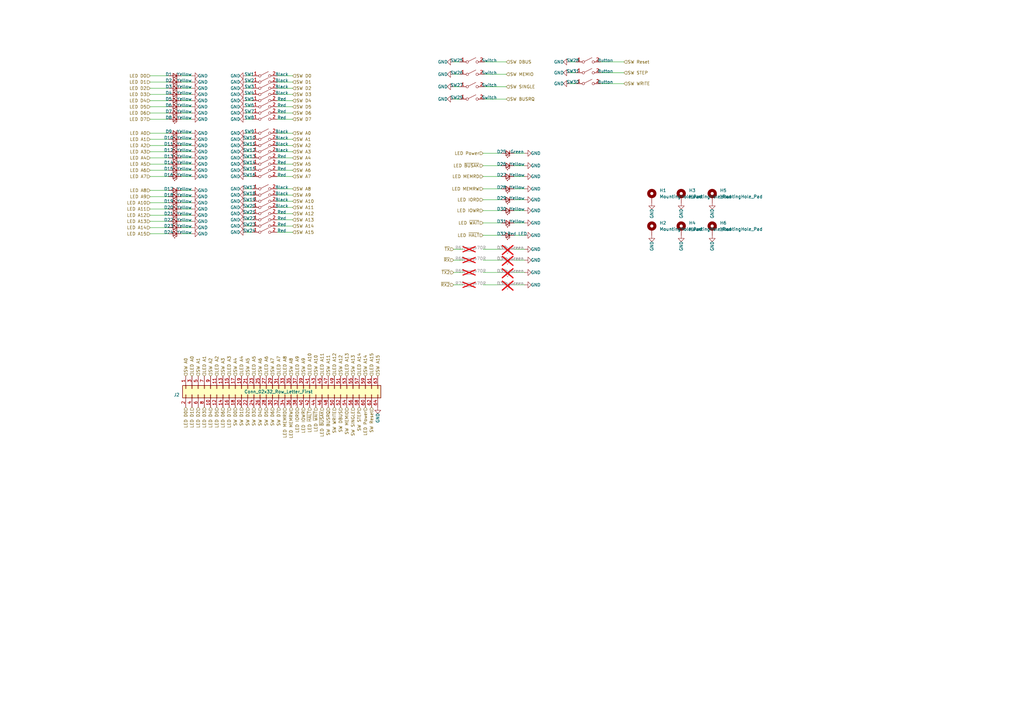
<source format=kicad_sch>
(kicad_sch (version 20231120) (generator "eeschema") (generator_version "8.0")
  (paper "A3")
  (wire (pts (xy 69.215 64.77) (xy 61.595 64.77)))
  (wire (pts (xy 100.965 64.77) (xy 103.505 64.77)))
  (wire (pts (xy 215.265 77.47) (xy 210.82 77.47)))
  (wire (pts (xy 186.055 25.4) (xy 188.595 25.4)))
  (wire (pts (xy 78.74 46.355) (xy 74.295 46.355)))
  (wire (pts (xy 78.74 59.69) (xy 74.295 59.69)))
  (wire (pts (xy 113.665 82.55) (xy 120.015 82.55)))
  (wire (pts (xy 69.215 31.115) (xy 61.595 31.115)))
  (wire (pts (xy 215.265 86.36) (xy 210.82 86.36)))
  (wire (pts (xy 69.215 46.355) (xy 61.595 46.355)))
  (wire (pts (xy 100.965 62.23) (xy 103.505 62.23)))
  (wire (pts (xy 215.265 72.39) (xy 210.82 72.39)))
  (wire (pts (xy 246.38 25.4) (xy 255.905 25.4)))
  (wire (pts (xy 100.965 46.355) (xy 103.505 46.355)))
  (wire (pts (xy 113.665 31.115) (xy 120.015 31.115)))
  (wire (pts (xy 113.665 64.77) (xy 120.015 64.77)))
  (wire (pts (xy 113.665 90.17) (xy 120.015 90.17)))
  (wire (pts (xy 113.665 87.63) (xy 120.015 87.63)))
  (wire (pts (xy 113.665 92.71) (xy 120.015 92.71)))
  (wire (pts (xy 69.215 88.265) (xy 61.595 88.265)))
  (wire (pts (xy 198.755 40.64) (xy 207.645 40.64)))
  (wire (pts (xy 186.055 30.48) (xy 188.595 30.48)))
  (wire (pts (xy 69.215 59.69) (xy 61.595 59.69)))
  (wire (pts (xy 233.68 34.29) (xy 236.22 34.29)))
  (wire (pts (xy 78.74 62.23) (xy 74.295 62.23)))
  (wire (pts (xy 69.215 95.885) (xy 61.595 95.885)))
  (wire (pts (xy 100.965 85.09) (xy 103.505 85.09)))
  (wire (pts (xy 189.865 102.235) (xy 186.055 102.235)))
  (wire (pts (xy 113.665 38.735) (xy 120.015 38.735)))
  (wire (pts (xy 215.265 106.68) (xy 210.82 106.68)))
  (wire (pts (xy 69.215 80.645) (xy 61.595 80.645)))
  (wire (pts (xy 69.215 69.85) (xy 61.595 69.85)))
  (wire (pts (xy 113.665 43.815) (xy 120.015 43.815)))
  (wire (pts (xy 205.74 86.36) (xy 198.12 86.36)))
  (wire (pts (xy 100.965 38.735) (xy 103.505 38.735)))
  (wire (pts (xy 69.215 78.105) (xy 61.595 78.105)))
  (wire (pts (xy 100.965 82.55) (xy 103.505 82.55)))
  (wire (pts (xy 113.665 41.275) (xy 120.015 41.275)))
  (wire (pts (xy 100.965 80.01) (xy 103.505 80.01)))
  (wire (pts (xy 78.74 33.655) (xy 74.295 33.655)))
  (wire (pts (xy 205.74 62.865) (xy 198.12 62.865)))
  (wire (pts (xy 69.215 43.815) (xy 61.595 43.815)))
  (wire (pts (xy 205.74 96.52) (xy 198.12 96.52)))
  (wire (pts (xy 69.215 36.195) (xy 61.595 36.195)))
  (wire (pts (xy 78.74 85.725) (xy 74.295 85.725)))
  (wire (pts (xy 100.965 41.275) (xy 103.505 41.275)))
  (wire (pts (xy 100.965 54.61) (xy 103.505 54.61)))
  (wire (pts (xy 100.965 59.69) (xy 103.505 59.69)))
  (wire (pts (xy 69.215 54.61) (xy 61.595 54.61)))
  (wire (pts (xy 205.74 81.915) (xy 198.12 81.915)))
  (wire (pts (xy 100.965 95.25) (xy 103.505 95.25)))
  (wire (pts (xy 215.265 111.76) (xy 210.82 111.76)))
  (wire (pts (xy 205.74 116.84) (xy 198.12 116.84)))
  (wire (pts (xy 113.665 62.23) (xy 120.015 62.23)))
  (wire (pts (xy 78.74 38.735) (xy 74.295 38.735)))
  (wire (pts (xy 246.38 29.845) (xy 255.905 29.845)))
  (wire (pts (xy 215.265 102.235) (xy 210.82 102.235)))
  (wire (pts (xy 78.74 48.895) (xy 74.295 48.895)))
  (wire (pts (xy 113.665 72.39) (xy 120.015 72.39)))
  (wire (pts (xy 113.665 46.355) (xy 120.015 46.355)))
  (wire (pts (xy 113.665 57.15) (xy 120.015 57.15)))
  (wire (pts (xy 69.215 67.31) (xy 61.595 67.31)))
  (wire (pts (xy 69.215 72.39) (xy 61.595 72.39)))
  (wire (pts (xy 78.74 31.115) (xy 74.295 31.115)))
  (wire (pts (xy 100.965 43.815) (xy 103.505 43.815)))
  (wire (pts (xy 78.74 80.645) (xy 74.295 80.645)))
  (wire (pts (xy 205.74 77.47) (xy 198.12 77.47)))
  (wire (pts (xy 113.665 54.61) (xy 120.015 54.61)))
  (wire (pts (xy 100.965 90.17) (xy 103.505 90.17)))
  (wire (pts (xy 100.965 33.655) (xy 103.505 33.655)))
  (wire (pts (xy 113.665 36.195) (xy 120.015 36.195)))
  (wire (pts (xy 100.965 67.31) (xy 103.505 67.31)))
  (wire (pts (xy 69.215 93.345) (xy 61.595 93.345)))
  (wire (pts (xy 78.74 95.885) (xy 74.295 95.885)))
  (wire (pts (xy 205.74 72.39) (xy 198.12 72.39)))
  (wire (pts (xy 186.055 40.64) (xy 188.595 40.64)))
  (wire (pts (xy 198.755 25.4) (xy 207.645 25.4)))
  (wire (pts (xy 198.755 35.56) (xy 207.645 35.56)))
  (wire (pts (xy 78.74 93.345) (xy 74.295 93.345)))
  (wire (pts (xy 100.965 72.39) (xy 103.505 72.39)))
  (wire (pts (xy 100.965 69.85) (xy 103.505 69.85)))
  (wire (pts (xy 233.68 29.845) (xy 236.22 29.845)))
  (wire (pts (xy 78.74 57.15) (xy 74.295 57.15)))
  (wire (pts (xy 215.265 62.865) (xy 210.82 62.865)))
  (wire (pts (xy 113.665 59.69) (xy 120.015 59.69)))
  (wire (pts (xy 100.965 92.71) (xy 103.505 92.71)))
  (wire (pts (xy 69.215 41.275) (xy 61.595 41.275)))
  (wire (pts (xy 100.965 31.115) (xy 103.505 31.115)))
  (wire (pts (xy 69.215 62.23) (xy 61.595 62.23)))
  (wire (pts (xy 205.74 102.235) (xy 198.12 102.235)))
  (wire (pts (xy 100.965 36.195) (xy 103.505 36.195)))
  (wire (pts (xy 246.38 34.29) (xy 255.905 34.29)))
  (wire (pts (xy 78.74 83.185) (xy 74.295 83.185)))
  (wire (pts (xy 113.665 69.85) (xy 120.015 69.85)))
  (wire (pts (xy 113.665 48.895) (xy 120.015 48.895)))
  (wire (pts (xy 215.265 96.52) (xy 210.82 96.52)))
  (wire (pts (xy 186.055 35.56) (xy 188.595 35.56)))
  (wire (pts (xy 78.74 41.275) (xy 74.295 41.275)))
  (wire (pts (xy 69.215 57.15) (xy 61.595 57.15)))
  (wire (pts (xy 69.215 38.735) (xy 61.595 38.735)))
  (wire (pts (xy 78.74 90.805) (xy 74.295 90.805)))
  (wire (pts (xy 78.74 36.195) (xy 74.295 36.195)))
  (wire (pts (xy 69.215 90.805) (xy 61.595 90.805)))
  (wire (pts (xy 78.74 54.61) (xy 74.295 54.61)))
  (wire (pts (xy 78.74 43.815) (xy 74.295 43.815)))
  (wire (pts (xy 78.74 88.265) (xy 74.295 88.265)))
  (wire (pts (xy 205.74 106.68) (xy 198.12 106.68)))
  (wire (pts (xy 189.865 111.76) (xy 186.055 111.76)))
  (wire (pts (xy 100.965 77.47) (xy 103.505 77.47)))
  (wire (pts (xy 205.74 67.945) (xy 198.12 67.945)))
  (wire (pts (xy 69.215 85.725) (xy 61.595 85.725)))
  (wire (pts (xy 189.865 116.84) (xy 186.055 116.84)))
  (wire (pts (xy 113.665 95.25) (xy 120.015 95.25)))
  (wire (pts (xy 189.865 106.68) (xy 186.055 106.68)))
  (wire (pts (xy 113.665 85.09) (xy 120.015 85.09)))
  (wire (pts (xy 215.265 81.915) (xy 210.82 81.915)))
  (wire (pts (xy 205.74 111.76) (xy 198.12 111.76)))
  (wire (pts (xy 78.74 64.77) (xy 74.295 64.77)))
  (wire (pts (xy 69.215 83.185) (xy 61.595 83.185)))
  (wire (pts (xy 78.74 72.39) (xy 74.295 72.39)))
  (wire (pts (xy 215.265 91.44) (xy 210.82 91.44)))
  (wire (pts (xy 100.965 48.895) (xy 103.505 48.895)))
  (wire (pts (xy 113.665 67.31) (xy 120.015 67.31)))
  (wire (pts (xy 100.965 57.15) (xy 103.505 57.15)))
  (wire (pts (xy 113.665 80.01) (xy 120.015 80.01)))
  (wire (pts (xy 78.74 67.31) (xy 74.295 67.31)))
  (wire (pts (xy 205.74 91.44) (xy 198.12 91.44)))
  (wire (pts (xy 215.265 67.945) (xy 210.82 67.945)))
  (wire (pts (xy 69.215 48.895) (xy 61.595 48.895)))
  (wire (pts (xy 78.74 78.105) (xy 74.295 78.105)))
  (wire (pts (xy 215.265 116.84) (xy 210.82 116.84)))
  (wire (pts (xy 100.965 87.63) (xy 103.505 87.63)))
  (wire (pts (xy 69.215 33.655) (xy 61.595 33.655)))
  (wire (pts (xy 78.74 69.85) (xy 74.295 69.85)))
  (wire (pts (xy 198.755 30.48) (xy 207.645 30.48)))
  (wire (pts (xy 233.68 25.4) (xy 236.22 25.4)))
  (wire (pts (xy 113.665 77.47) (xy 120.015 77.47)))
  (wire (pts (xy 113.665 33.655) (xy 120.015 33.655)))
  (hierarchical_label "LED A14" (shape input) (at 147.32 154.305 90))
  (hierarchical_label "SW STEP" (shape input) (at 255.905 29.845 0))
  (hierarchical_label "SW D0" (shape input) (at 96.52 167.005 270))
  (hierarchical_label "LED A13" (shape input) (at 142.24 154.305 90))
  (hierarchical_label "LED D6" (shape input) (at 61.595 46.355 180))
  (hierarchical_label "LED A8" (shape input) (at 61.595 78.105 180))
  (hierarchical_label "LED A1" (shape input) (at 83.82 154.305 90))
  (hierarchical_label "LED MEMRD" (shape input) (at 198.12 72.39 180))
  (hierarchical_label "LED A15" (shape input) (at 152.4 154.305 90))
  (hierarchical_label "SW D3" (shape input) (at 104.14 167.005 270))
  (hierarchical_label "SW D7" (shape input) (at 120.015 48.895 0))
  (hierarchical_label "LED A1" (shape input) (at 61.595 57.15 180))
  (hierarchical_label "LED A0" (shape input) (at 61.595 54.61 180))
  (hierarchical_label "LED A8" (shape input) (at 116.84 154.305 90))
  (hierarchical_label "LED A9" (shape input) (at 121.92 154.305 90))
  (hierarchical_label "LED A9" (shape input) (at 61.595 80.645 180))
  (hierarchical_label "LED MEMRW" (shape input) (at 198.12 77.47 180))
  (hierarchical_label "LED A15" (shape input) (at 61.595 95.885 180))
  (hierarchical_label "LED A6" (shape input) (at 61.595 69.85 180))
  (hierarchical_label "SW A15" (shape input) (at 120.015 95.25 0))
  (hierarchical_label "LED D7" (shape input) (at 61.595 48.895 180))
  (hierarchical_label "SW WRITE" (shape input) (at 137.16 167.005 270))
  (hierarchical_label "SW A13" (shape input) (at 120.015 90.17 0))
  (hierarchical_label "LED Power" (shape input) (at 198.12 62.865 180))
  (hierarchical_label "LED A5" (shape input) (at 104.14 154.305 90))
  (hierarchical_label "SW Reset" (shape input) (at 152.4 167.005 270))
  (hierarchical_label "SW A9" (shape input) (at 120.015 80.01 0))
  (hierarchical_label "LED ~{BUSAK}" (shape input) (at 132.08 167.005 270))
  (hierarchical_label "LED D5" (shape input) (at 88.9 167.005 270))
  (hierarchical_label "LED ~{HALT}" (shape input) (at 198.12 96.52 180))
  (hierarchical_label "SW A8" (shape input) (at 119.38 154.305 90))
  (hierarchical_label "SW A10" (shape input) (at 120.015 82.55 0))
  (hierarchical_label "SW A6" (shape input) (at 120.015 69.85 0))
  (hierarchical_label "SW D5" (shape input) (at 120.015 43.815 0))
  (hierarchical_label "SW A10" (shape input) (at 129.54 154.305 90))
  (hierarchical_label "SW SINGLE" (shape input) (at 207.645 35.56 0))
  (hierarchical_label "SW BUSRQ" (shape input) (at 207.645 40.64 0))
  (hierarchical_label "LED A14" (shape input) (at 61.595 93.345 180))
  (hierarchical_label "LED D0" (shape input) (at 76.2 167.005 270))
  (hierarchical_label "~{TX}" (shape input) (at 186.055 102.235 180))
  (hierarchical_label "SW A2" (shape input) (at 86.36 154.305 90))
  (hierarchical_label "~{RX}" (shape input) (at 186.055 106.68 180))
  (hierarchical_label "LED A2" (shape input) (at 61.595 59.69 180))
  (hierarchical_label "SW A14" (shape input) (at 120.015 92.71 0))
  (hierarchical_label "SW D1" (shape input) (at 120.015 33.655 0))
  (hierarchical_label "SW D0" (shape input) (at 120.015 31.115 0))
  (hierarchical_label "LED A10" (shape input) (at 127 154.305 90))
  (hierarchical_label "LED D4" (shape input) (at 86.36 167.005 270))
  (hierarchical_label "SW A1" (shape input) (at 120.015 57.15 0))
  (hierarchical_label "LED D0" (shape input) (at 61.595 31.115 180))
  (hierarchical_label "LED IOWR" (shape input) (at 198.12 86.36 180))
  (hierarchical_label "LED A3" (shape input) (at 61.595 62.23 180))
  (hierarchical_label "SW D4" (shape input) (at 120.015 41.275 0))
  (hierarchical_label "LED A7" (shape input) (at 114.3 154.305 90))
  (hierarchical_label "LED IORD" (shape input) (at 121.92 167.005 270))
  (hierarchical_label "LED Power" (shape input) (at 149.86 167.005 270))
  (hierarchical_label "SW A4" (shape input) (at 120.015 64.77 0))
  (hierarchical_label "LED A5" (shape input) (at 61.595 67.31 180))
  (hierarchical_label "LED A11" (shape input) (at 132.08 154.305 90))
  (hierarchical_label "SW A1" (shape input) (at 81.28 154.305 90))
  (hierarchical_label "SW A7" (shape input) (at 111.76 154.305 90))
  (hierarchical_label "LED D2" (shape input) (at 81.28 167.005 270))
  (hierarchical_label "SW D3" (shape input) (at 120.015 38.735 0))
  (hierarchical_label "SW A12" (shape input) (at 139.7 154.305 90))
  (hierarchical_label "SW A7" (shape input) (at 120.015 72.39 0))
  (hierarchical_label "SW A9" (shape input) (at 124.46 154.305 90))
  (hierarchical_label "SW WRITE" (shape input) (at 255.905 34.29 0))
  (hierarchical_label "SW A4" (shape input) (at 96.52 154.305 90))
  (hierarchical_label "SW A11" (shape input) (at 120.015 85.09 0))
  (hierarchical_label "SW A13" (shape input) (at 144.78 154.305 90))
  (hierarchical_label "LED ~{HALT}" (shape input) (at 127 167.005 270))
  (hierarchical_label "SW DBUS" (shape input) (at 207.645 25.4 0))
  (hierarchical_label "SW A5" (shape input) (at 120.015 67.31 0))
  (hierarchical_label "SW A12" (shape input) (at 120.015 87.63 0))
  (hierarchical_label "~{TX2}" (shape input) (at 186.055 111.76 180))
  (hierarchical_label "LED IOWR" (shape input) (at 124.46 167.005 270))
  (hierarchical_label "LED D3" (shape input) (at 61.595 38.735 180))
  (hierarchical_label "SW DBUS" (shape input) (at 139.7 167.005 270))
  (hierarchical_label "~{RX2}" (shape input) (at 186.055 116.84 180))
  (hierarchical_label "LED D4" (shape input) (at 61.595 41.275 180))
  (hierarchical_label "LED A12" (shape input) (at 137.16 154.305 90))
  (hierarchical_label "SW D2" (shape input) (at 101.6 167.005 270))
  (hierarchical_label "SW A3" (shape input) (at 120.015 62.23 0))
  (hierarchical_label "SW A3" (shape input) (at 91.44 154.305 90))
  (hierarchical_label "LED D1" (shape input) (at 78.74 167.005 270))
  (hierarchical_label "LED ~{BUSAK}" (shape input) (at 198.12 67.945 180))
  (hierarchical_label "LED A11" (shape input) (at 61.595 85.725 180))
  (hierarchical_label "SW A2" (shape input) (at 120.015 59.69 0))
  (hierarchical_label "SW A0" (shape input) (at 76.2 154.305 90))
  (hierarchical_label "SW Reset" (shape input) (at 255.905 25.4 0))
  (hierarchical_label "SW MEMIO" (shape input) (at 142.24 167.005 270))
  (hierarchical_label "SW D1" (shape input) (at 99.06 167.005 270))
  (hierarchical_label "LED A13" (shape input) (at 61.595 90.805 180))
  (hierarchical_label "LED ~{WAIT}" (shape input) (at 198.12 91.44 180))
  (hierarchical_label "LED A10" (shape input) (at 61.595 83.185 180))
  (hierarchical_label "LED ~{WAIT}" (shape input) (at 129.54 167.005 270))
  (hierarchical_label "SW D6" (shape input) (at 111.76 167.005 270))
  (hierarchical_label "SW A11" (shape input) (at 134.62 154.305 90))
  (hierarchical_label "LED D5" (shape input) (at 61.595 43.815 180))
  (hierarchical_label "SW D6" (shape input) (at 120.015 46.355 0))
  (hierarchical_label "LED MEMRD" (shape input) (at 116.84 167.005 270))
  (hierarchical_label "SW D5" (shape input) (at 109.22 167.005 270))
  (hierarchical_label "LED A4" (shape input) (at 61.595 64.77 180))
  (hierarchical_label "SW D2" (shape input) (at 120.015 36.195 0))
  (hierarchical_label "LED IORD" (shape input) (at 198.12 81.915 180))
  (hierarchical_label "SW MEMIO" (shape input) (at 207.645 30.48 0))
  (hierarchical_label "LED MEMRW" (shape input) (at 119.38 167.005 270))
  (hierarchical_label "SW A15" (shape input) (at 154.94 154.305 90))
  (hierarchical_label "SW A0" (shape input) (at 120.015 54.61 0))
  (hierarchical_label "LED D1" (shape input) (at 61.595 33.655 180))
  (hierarchical_label "LED A6" (shape input) (at 109.22 154.305 90))
  (hierarchical_label "LED A3" (shape input) (at 93.98 154.305 90))
  (hierarchical_label "LED A0" (shape input) (at 78.74 154.305 90))
  (hierarchical_label "SW A5" (shape input) (at 101.6 154.305 90))
  (hierarchical_label "SW D4" (shape input) (at 106.68 167.005 270))
  (hierarchical_label "LED D6" (shape input) (at 91.44 167.005 270))
  (hierarchical_label "SW BUSRQ" (shape input) (at 134.62 167.005 270))
  (hierarchical_label "SW A6" (shape input) (at 106.68 154.305 90))
  (hierarchical_label "SW STEP" (shape input) (at 147.32 167.005 270))
  (hierarchical_label "LED D2" (shape input) (at 61.595 36.195 180))
  (hierarchical_label "LED A12" (shape input) (at 61.595 88.265 180))
  (hierarchical_label "SW A8" (shape input) (at 120.015 77.47 0))
  (hierarchical_label "SW D7" (shape input) (at 114.3 167.005 270))
  (hierarchical_label "LED A7" (shape input) (at 61.595 72.39 180))
  (hierarchical_label "LED A4" (shape input) (at 99.06 154.305 90))
  (hierarchical_label "LED A2" (shape input) (at 88.9 154.305 90))
  (hierarchical_label "LED D7" (shape input) (at 93.98 167.005 270))
  (hierarchical_label "LED D3" (shape input) (at 83.82 167.005 270))
  (hierarchical_label "SW A14" (shape input) (at 149.86 154.305 90))
  (hierarchical_label "SW SINGLE" (shape input) (at 144.78 167.005 270))
  (symbol (lib_id "power:GND") (at 233.68 25.4 270) (unit 1)
    (property "Reference" "#PWR0111" (effects (hide yes)))
    (property "Value" "GND" (at 229.235 25.4 90))
    (property "Description" "Power symbol creates a global label with name \"GND\" , ground" (effects (hide yes)))
  )
  (symbol (lib_id "Switch:SW_SPST") (at 108.585 80.01 0) (unit 1)
    (property "Reference" "SW18" (at 102.235 79.375 0))
    (property "Value" "Black" (at 115.57 79.375 0))
    (property "Footprint" "Libraries:Switch_Rocker_SPDT_15x10mm" (effects (hide yes)))
    (property "Description" "Single Pole Single Throw (SPST) switch" (effects (hide yes)))
  )
  (symbol (lib_id "power:GND") (at 100.965 48.895 270) (unit 1)
    (property "Reference" "#PWR062" (effects (hide yes)))
    (property "Value" "GND" (at 96.52 48.895 90))
    (property "Description" "Power symbol creates a global label with name \"GND\" , ground" (effects (hide yes)))
  )
  (symbol (lib_id "Switch:SW_SPST") (at 193.675 35.56 0) (unit 1)
    (property "Reference" "SW27" (at 187.325 34.925 0))
    (property "Value" "Switch" (at 200.66 34.925 0))
    (property "Footprint" "Libraries:Switch_Rocker_SPDT_15x10mm" (effects (hide yes)))
    (property "Description" "Single Pole Single Throw (SPST) switch" (effects (hide yes)))
  )
  (symbol (lib_id "power:GND") (at 233.68 29.845 270) (unit 1)
    (property "Reference" "#PWR0139" (effects (hide yes)))
    (property "Value" "GND" (at 229.235 29.845 90))
    (property "Description" "Power symbol creates a global label with name \"GND\" , ground" (effects (hide yes)))
  )
  (symbol (lib_id "Switch:SW_SPST") (at 108.585 64.77 0) (unit 1)
    (property "Reference" "SW13" (at 102.235 64.135 0))
    (property "Value" "Red" (at 115.57 64.135 0))
    (property "Footprint" "Libraries:Switch_Rocker_SPDT_15x10mm" (effects (hide yes)))
    (property "Description" "Single Pole Single Throw (SPST) switch" (effects (hide yes)))
  )
  (symbol (lib_id "Switch:SW_SPST") (at 241.3 29.845 0) (unit 1)
    (property "Reference" "SW31" (at 234.95 29.21 0))
    (property "Value" "Button" (at 248.285 29.21 0))
    (property "Footprint" "Libraries:Switch_Pushbutton_SPST_12mm" (effects (hide yes)))
    (property "Description" "Single Pole Single Throw (SPST) switch" (effects (hide yes)))
  )
  (symbol (lib_id "Device:LED_Small") (at 208.28 106.68 180) (unit 1) (exclude_from_sim yes) (in_bom no) (on_board no) (dnp yes)
    (property "Reference" "D34" (at 205.74 106.045 0))
    (property "Value" "Green" (at 212.09 106.045 0))
    (property "Footprint" "LED_SMD:LED_0805_2012Metric" (effects (hide yes)))
    (property "Description" "Light emitting diode, small symbol" (effects (hide yes)))
    (property "LCSC" "C2297" (effects (hide yes)))
  )
  (symbol (lib_id "Switch:SW_SPST") (at 108.585 43.815 0) (unit 1)
    (property "Reference" "SW6" (at 102.235 43.18 0))
    (property "Value" "Red" (at 115.57 43.18 0))
    (property "Footprint" "Libraries:Switch_Rocker_SPDT_15x10mm" (effects (hide yes)))
    (property "Description" "Single Pole Single Throw (SPST) switch" (effects (hide yes)))
  )
  (symbol (lib_id "power:GND") (at 215.265 96.52 90) (unit 1)
    (property "Reference" "#PWR0131" (effects (hide yes)))
    (property "Value" "GND" (at 219.71 96.52 90))
    (property "Description" "Power symbol creates a global label with name \"GND\" , ground" (effects (hide yes)))
  )
  (symbol (lib_id "power:GND") (at 78.74 41.275 90) (unit 1)
    (property "Reference" "#PWR09" (effects (hide yes)))
    (property "Value" "GND" (at 83.185 41.275 90))
    (property "Description" "Power symbol creates a global label with name \"GND\" , ground" (effects (hide yes)))
  )
  (symbol (lib_id "Device:LED_Small") (at 71.755 62.23 180) (unit 1)
    (property "Reference" "D12" (at 69.215 61.595 0))
    (property "Value" "Yellow" (at 75.565 61.595 0))
    (property "Footprint" "LED_SMD:LED_0805_2012Metric" (effects (hide yes)))
    (property "Description" "Light emitting diode, small symbol" (effects (hide yes)))
    (property "LCSC" "C2296" (effects (hide yes)))
  )
  (symbol (lib_id "Switch:SW_SPST") (at 108.585 82.55 0) (unit 1)
    (property "Reference" "SW19" (at 102.235 81.915 0))
    (property "Value" "Black" (at 115.57 81.915 0))
    (property "Footprint" "Libraries:Switch_Rocker_SPDT_15x10mm" (effects (hide yes)))
    (property "Description" "Single Pole Single Throw (SPST) switch" (effects (hide yes)))
  )
  (symbol (lib_id "Switch:SW_SPST") (at 108.585 77.47 0) (unit 1)
    (property "Reference" "SW17" (at 102.235 76.835 0))
    (property "Value" "Black" (at 115.57 76.835 0))
    (property "Footprint" "Libraries:Switch_Rocker_SPDT_15x10mm" (effects (hide yes)))
    (property "Description" "Single Pole Single Throw (SPST) switch" (effects (hide yes)))
  )
  (symbol (lib_id "Device:LED_Small") (at 71.755 83.185 180) (unit 1)
    (property "Reference" "D19" (at 69.215 82.55 0))
    (property "Value" "Yellow" (at 75.565 82.55 0))
    (property "Footprint" "LED_SMD:LED_0805_2012Metric" (effects (hide yes)))
    (property "Description" "Light emitting diode, small symbol" (effects (hide yes)))
    (property "LCSC" "C2296" (effects (hide yes)))
  )
  (symbol (lib_id "power:GND") (at 100.965 33.655 270) (unit 1)
    (property "Reference" "#PWR053" (effects (hide yes)))
    (property "Value" "GND" (at 96.52 33.655 90))
    (property "Description" "Power symbol creates a global label with name \"GND\" , ground" (effects (hide yes)))
  )
  (symbol (lib_id "power:GND") (at 78.74 95.885 90) (unit 1)
    (property "Reference" "#PWR046" (effects (hide yes)))
    (property "Value" "GND" (at 83.185 95.885 90))
    (property "Description" "Power symbol creates a global label with name \"GND\" , ground" (effects (hide yes)))
  )
  (symbol (lib_id "power:GND") (at 215.265 72.39 90) (unit 1)
    (property "Reference" "#PWR0126" (effects (hide yes)))
    (property "Value" "GND" (at 219.71 72.39 90))
    (property "Description" "Power symbol creates a global label with name \"GND\" , ground" (effects (hide yes)))
  )
  (symbol (lib_id "power:GND") (at 78.74 46.355 90) (unit 1)
    (property "Reference" "#PWR07" (effects (hide yes)))
    (property "Value" "GND" (at 83.185 46.355 90))
    (property "Description" "Power symbol creates a global label with name \"GND\" , ground" (effects (hide yes)))
  )
  (symbol (lib_id "power:GND") (at 78.74 36.195 90) (unit 1)
    (property "Reference" "#PWR011" (effects (hide yes)))
    (property "Value" "GND" (at 83.185 36.195 90))
    (property "Description" "Power symbol creates a global label with name \"GND\" , ground" (effects (hide yes)))
  )
  (symbol (lib_id "Device:LED_Small") (at 71.755 36.195 180) (unit 1)
    (property "Reference" "D3" (at 69.215 35.56 0))
    (property "Value" "Yellow" (at 75.565 35.56 0))
    (property "Footprint" "LED_SMD:LED_0805_2012Metric" (effects (hide yes)))
    (property "Description" "Light emitting diode, small symbol" (effects (hide yes)))
    (property "LCSC" "C2296" (effects (hide yes)))
  )
  (symbol (lib_id "power:GND") (at 78.74 64.77 90) (unit 1)
    (property "Reference" "#PWR029" (effects (hide yes)))
    (property "Value" "GND" (at 83.185 64.77 90))
    (property "Description" "Power symbol creates a global label with name \"GND\" , ground" (effects (hide yes)))
  )
  (symbol (lib_id "Device:LED_Small") (at 71.755 48.895 180) (unit 1)
    (property "Reference" "D8" (at 69.215 48.26 0))
    (property "Value" "Yellow" (at 75.565 48.26 0))
    (property "Footprint" "LED_SMD:LED_0805_2012Metric" (effects (hide yes)))
    (property "Description" "Light emitting diode, small symbol" (effects (hide yes)))
    (property "LCSC" "C2296" (effects (hide yes)))
  )
  (symbol (lib_id "Device:LED_Small") (at 71.755 33.655 180) (unit 1)
    (property "Reference" "D2" (at 69.215 33.02 0))
    (property "Value" "Yellow" (at 75.565 33.02 0))
    (property "Footprint" "LED_SMD:LED_0805_2012Metric" (effects (hide yes)))
    (property "Description" "Light emitting diode, small symbol" (effects (hide yes)))
    (property "LCSC" "C2296" (effects (hide yes)))
  )
  (symbol (lib_id "Device:LED_Small") (at 71.755 38.735 180) (unit 1)
    (property "Reference" "D4" (at 69.215 38.1 0))
    (property "Value" "Yellow" (at 75.565 38.1 0))
    (property "Footprint" "LED_SMD:LED_0805_2012Metric" (effects (hide yes)))
    (property "Description" "Light emitting diode, small symbol" (effects (hide yes)))
    (property "LCSC" "C2296" (effects (hide yes)))
  )
  (symbol (lib_id "power:GND") (at 279.4 96.52 0) (unit 1)
    (property "Reference" "#PWR04" (effects (hide yes)))
    (property "Value" "GND" (at 279.4 100.965 90))
    (property "Description" "Power symbol creates a global label with name \"GND\" , ground" (effects (hide yes)))
  )
  (symbol (lib_id "Switch:SW_SPST") (at 108.585 85.09 0) (unit 1)
    (property "Reference" "SW20" (at 102.235 84.455 0))
    (property "Value" "Black" (at 115.57 84.455 0))
    (property "Footprint" "Libraries:Switch_Rocker_SPDT_15x10mm" (effects (hide yes)))
    (property "Description" "Single Pole Single Throw (SPST) switch" (effects (hide yes)))
  )
  (symbol (lib_id "Device:LED_Small") (at 71.755 41.275 180) (unit 1)
    (property "Reference" "D5" (at 69.215 40.64 0))
    (property "Value" "Yellow" (at 75.565 40.64 0))
    (property "Footprint" "LED_SMD:LED_0805_2012Metric" (effects (hide yes)))
    (property "Description" "Light emitting diode, small symbol" (effects (hide yes)))
    (property "LCSC" "C2296" (effects (hide yes)))
  )
  (symbol (lib_id "Switch:SW_SPST") (at 108.585 46.355 0) (unit 1)
    (property "Reference" "SW7" (at 102.235 45.72 0))
    (property "Value" "Red" (at 115.57 45.72 0))
    (property "Footprint" "Libraries:Switch_Rocker_SPDT_15x10mm" (effects (hide yes)))
    (property "Description" "Single Pole Single Throw (SPST) switch" (effects (hide yes)))
  )
  (symbol (lib_id "Switch:SW_SPST") (at 241.3 25.4 0) (unit 1)
    (property "Reference" "SW28" (at 234.95 24.765 0))
    (property "Value" "Button" (at 248.285 24.765 0))
    (property "Footprint" "Libraries:Switch_Pushbutton_SPST_12mm" (effects (hide yes)))
    (property "Description" "Single Pole Single Throw (SPST) switch" (effects (hide yes)))
  )
  (symbol (lib_id "power:GND") (at 78.74 43.815 90) (unit 1)
    (property "Reference" "#PWR010" (effects (hide yes)))
    (property "Value" "GND" (at 83.185 43.815 90))
    (property "Description" "Power symbol creates a global label with name \"GND\" , ground" (effects (hide yes)))
  )
  (symbol (lib_id "power:GND") (at 100.965 38.735 270) (unit 1)
    (property "Reference" "#PWR056" (effects (hide yes)))
    (property "Value" "GND" (at 96.52 38.735 90))
    (property "Description" "Power symbol creates a global label with name \"GND\" , ground" (effects (hide yes)))
  )
  (symbol (lib_id "power:GND") (at 78.74 78.105 90) (unit 1)
    (property "Reference" "#PWR039" (effects (hide yes)))
    (property "Value" "GND" (at 83.185 78.105 90))
    (property "Description" "Power symbol creates a global label with name \"GND\" , ground" (effects (hide yes)))
  )
  (symbol (lib_id "power:GND") (at 100.965 77.47 270) (unit 1)
    (property "Reference" "#PWR087" (effects (hide yes)))
    (property "Value" "GND" (at 96.52 77.47 90))
    (property "Description" "Power symbol creates a global label with name \"GND\" , ground" (effects (hide yes)))
  )
  (symbol (lib_id "Switch:SW_SPST") (at 108.585 57.15 0) (unit 1)
    (property "Reference" "SW10" (at 102.235 56.515 0))
    (property "Value" "Black" (at 115.57 56.515 0))
    (property "Footprint" "Libraries:Switch_Rocker_SPDT_15x10mm" (effects (hide yes)))
    (property "Description" "Single Pole Single Throw (SPST) switch" (effects (hide yes)))
  )
  (symbol (lib_id "power:GND") (at 78.74 88.265 90) (unit 1)
    (property "Reference" "#PWR043" (effects (hide yes)))
    (property "Value" "GND" (at 83.185 88.265 90))
    (property "Description" "Power symbol creates a global label with name \"GND\" , ground" (effects (hide yes)))
  )
  (symbol (lib_id "power:GND") (at 78.74 83.185 90) (unit 1)
    (property "Reference" "#PWR041" (effects (hide yes)))
    (property "Value" "GND" (at 83.185 83.185 90))
    (property "Description" "Power symbol creates a global label with name \"GND\" , ground" (effects (hide yes)))
  )
  (symbol (lib_id "power:GND") (at 100.965 69.85 270) (unit 1)
    (property "Reference" "#PWR073" (effects (hide yes)))
    (property "Value" "GND" (at 96.52 69.85 90))
    (property "Description" "Power symbol creates a global label with name \"GND\" , ground" (effects (hide yes)))
  )
  (symbol (lib_id "power:GND") (at 215.265 102.235 90) (unit 1)
    (property "Reference" "#PWR0133" (effects (hide yes)))
    (property "Value" "GND" (at 219.71 102.235 90))
    (property "Description" "Power symbol creates a global label with name \"GND\" , ground" (effects (hide yes)))
  )
  (symbol (lib_id "power:GND") (at 215.265 91.44 90) (unit 1)
    (property "Reference" "#PWR0130" (effects (hide yes)))
    (property "Value" "GND" (at 219.71 91.44 90))
    (property "Description" "Power symbol creates a global label with name \"GND\" , ground" (effects (hide yes)))
  )
  (symbol (lib_id "Device:LED_Small") (at 71.755 59.69 180) (unit 1)
    (property "Reference" "D11" (at 69.215 59.055 0))
    (property "Value" "Yellow" (at 75.565 59.055 0))
    (property "Footprint" "LED_SMD:LED_0805_2012Metric" (effects (hide yes)))
    (property "Description" "Light emitting diode, small symbol" (effects (hide yes)))
    (property "LCSC" "C2296" (effects (hide yes)))
  )
  (symbol (lib_id "power:GND") (at 78.74 62.23 90) (unit 1)
    (property "Reference" "#PWR028" (effects (hide yes)))
    (property "Value" "GND" (at 83.185 62.23 90))
    (property "Description" "Power symbol creates a global label with name \"GND\" , ground" (effects (hide yes)))
  )
  (symbol (lib_id "Mechanical:MountingHole_Pad") (at 267.335 93.98 0) (unit 1) (exclude_from_sim yes) (in_bom no)
    (property "Reference" "H2" (at 270.51 91.4399 0) (effects (justify left)))
    (property "Value" "MountingHole_Pad" (at 270.51 93.9799 0) (effects (justify left)))
    (property "Footprint" "MountingHole:MountingHole_3.2mm_M3_Pad" (effects (hide yes)))
    (property "Description" "Mounting Hole with connection" (effects (hide yes)))
  )
  (symbol (lib_id "power:GND") (at 78.74 69.85 90) (unit 1)
    (property "Reference" "#PWR031" (effects (hide yes)))
    (property "Value" "GND" (at 83.185 69.85 90))
    (property "Description" "Power symbol creates a global label with name \"GND\" , ground" (effects (hide yes)))
  )
  (symbol (lib_id "Switch:SW_SPST") (at 108.585 54.61 0) (unit 1)
    (property "Reference" "SW9" (at 102.235 53.975 0))
    (property "Value" "Black" (at 115.57 53.975 0))
    (property "Footprint" "Libraries:Switch_Rocker_SPDT_15x10mm" (effects (hide yes)))
    (property "Description" "Single Pole Single Throw (SPST) switch" (effects (hide yes)))
  )
  (symbol (lib_id "power:GND") (at 78.74 31.115 90) (unit 1)
    (property "Reference" "#PWR013" (effects (hide yes)))
    (property "Value" "GND" (at 83.185 31.115 90))
    (property "Description" "Power symbol creates a global label with name \"GND\" , ground" (effects (hide yes)))
  )
  (symbol (lib_id "power:GND") (at 100.965 67.31 270) (unit 1)
    (property "Reference" "#PWR072" (effects (hide yes)))
    (property "Value" "GND" (at 96.52 67.31 90))
    (property "Description" "Power symbol creates a global label with name \"GND\" , ground" (effects (hide yes)))
  )
  (symbol (lib_id "Device:LED_Small") (at 208.28 102.235 180) (unit 1) (exclude_from_sim yes) (in_bom no) (on_board no) (dnp yes)
    (property "Reference" "D33" (at 205.74 101.6 0))
    (property "Value" "Green" (at 212.09 101.6 0))
    (property "Footprint" "LED_SMD:LED_0805_2012Metric" (effects (hide yes)))
    (property "Description" "Light emitting diode, small symbol" (effects (hide yes)))
    (property "LCSC" "C2297" (effects (hide yes)))
  )
  (symbol (lib_id "power:GND") (at 279.4 83.185 0) (unit 1)
    (property "Reference" "#PWR03" (effects (hide yes)))
    (property "Value" "GND" (at 279.4 87.63 90))
    (property "Description" "Power symbol creates a global label with name \"GND\" , ground" (effects (hide yes)))
  )
  (symbol (lib_id "Switch:SW_SPST") (at 108.585 72.39 0) (unit 1)
    (property "Reference" "SW16" (at 102.235 71.755 0))
    (property "Value" "Red" (at 115.57 71.755 0))
    (property "Footprint" "Libraries:Switch_Rocker_SPDT_15x10mm" (effects (hide yes)))
    (property "Description" "Single Pole Single Throw (SPST) switch" (effects (hide yes)))
  )
  (symbol (lib_id "Mechanical:MountingHole_Pad") (at 292.1 80.645 0) (unit 1) (exclude_from_sim yes) (in_bom no)
    (property "Reference" "H5" (at 295.275 78.1049 0) (effects (justify left)))
    (property "Value" "MountingHole_Pad" (at 295.275 80.6449 0) (effects (justify left)))
    (property "Footprint" "MountingHole:MountingHole_3.2mm_M3_Pad" (effects (hide yes)))
    (property "Description" "Mounting Hole with connection" (effects (hide yes)))
  )
  (symbol (lib_id "Device:LED_Small") (at 71.755 43.815 180) (unit 1)
    (property "Reference" "D6" (at 69.215 43.18 0))
    (property "Value" "Yellow" (at 75.565 43.18 0))
    (property "Footprint" "LED_SMD:LED_0805_2012Metric" (effects (hide yes)))
    (property "Description" "Light emitting diode, small symbol" (effects (hide yes)))
    (property "LCSC" "C2296" (effects (hide yes)))
  )
  (symbol (lib_id "Switch:SW_SPST") (at 193.675 40.64 0) (unit 1)
    (property "Reference" "SW29" (at 187.325 40.005 0))
    (property "Value" "Switch" (at 200.66 40.005 0))
    (property "Footprint" "Libraries:Switch_Rocker_SPDT_15x10mm" (effects (hide yes)))
    (property "Description" "Single Pole Single Throw (SPST) switch" (effects (hide yes)))
  )
  (symbol (lib_id "power:GND") (at 100.965 54.61 270) (unit 1)
    (property "Reference" "#PWR067" (effects (hide yes)))
    (property "Value" "GND" (at 96.52 54.61 90))
    (property "Description" "Power symbol creates a global label with name \"GND\" , ground" (effects (hide yes)))
  )
  (symbol (lib_id "power:GND") (at 78.74 93.345 90) (unit 1)
    (property "Reference" "#PWR045" (effects (hide yes)))
    (property "Value" "GND" (at 83.185 93.345 90))
    (property "Description" "Power symbol creates a global label with name \"GND\" , ground" (effects (hide yes)))
  )
  (symbol (lib_id "Device:LED_Small") (at 208.28 116.84 180) (unit 1) (exclude_from_sim yes) (in_bom no) (on_board no) (dnp yes)
    (property "Reference" "D36" (at 205.74 116.205 0))
    (property "Value" "Green" (at 212.09 116.205 0))
    (property "Footprint" "LED_SMD:LED_0805_2012Metric" (effects (hide yes)))
    (property "Description" "Light emitting diode, small symbol" (effects (hide yes)))
    (property "LCSC" "C2297" (effects (hide yes)))
  )
  (symbol (lib_id "power:GND") (at 78.74 85.725 90) (unit 1)
    (property "Reference" "#PWR042" (effects (hide yes)))
    (property "Value" "GND" (at 83.185 85.725 90))
    (property "Description" "Power symbol creates a global label with name \"GND\" , ground" (effects (hide yes)))
  )
  (symbol (lib_id "power:GND") (at 100.965 57.15 270) (unit 1)
    (property "Reference" "#PWR068" (effects (hide yes)))
    (property "Value" "GND" (at 96.52 57.15 90))
    (property "Description" "Power symbol creates a global label with name \"GND\" , ground" (effects (hide yes)))
  )
  (symbol (lib_id "Device:R_Small") (at 192.405 111.76 90) (unit 1) (exclude_from_sim yes) (in_bom no) (on_board no) (dnp yes)
    (property "Reference" "R69" (at 188.595 111.125 90))
    (property "Value" "470R" (at 196.85 111.125 90))
    (property "Footprint" "Resistor_SMD:R_0603_1608Metric" (effects (hide yes)))
    (property "Description" "Resistor, small symbol" (effects (hide yes)))
    (property "LCSC" "C23179" (effects (hide yes)))
  )
  (symbol (lib_id "power:GND") (at 78.74 72.39 90) (unit 1)
    (property "Reference" "#PWR032" (effects (hide yes)))
    (property "Value" "GND" (at 83.185 72.39 90))
    (property "Description" "Power symbol creates a global label with name \"GND\" , ground" (effects (hide yes)))
  )
  (symbol (lib_id "Device:LED_Small") (at 71.755 69.85 180) (unit 1)
    (property "Reference" "D15" (at 69.215 69.215 0))
    (property "Value" "Yellow" (at 75.565 69.215 0))
    (property "Footprint" "LED_SMD:LED_0805_2012Metric" (effects (hide yes)))
    (property "Description" "Light emitting diode, small symbol" (effects (hide yes)))
    (property "LCSC" "C2296" (effects (hide yes)))
  )
  (symbol (lib_id "power:GND") (at 100.965 46.355 270) (unit 1)
    (property "Reference" "#PWR061" (effects (hide yes)))
    (property "Value" "GND" (at 96.52 46.355 90))
    (property "Description" "Power symbol creates a global label with name \"GND\" , ground" (effects (hide yes)))
  )
  (symbol (lib_id "Device:LED_Small") (at 208.28 91.44 180) (unit 1)
    (property "Reference" "D31" (at 205.74 90.805 0))
    (property "Value" "Yellow" (at 212.09 90.805 0))
    (property "Footprint" "LED_SMD:LED_0805_2012Metric" (effects (hide yes)))
    (property "Description" "Light emitting diode, small symbol" (effects (hide yes)))
    (property "LCSC" "C2296" (effects (hide yes)))
  )
  (symbol (lib_id "Switch:SW_SPST") (at 108.585 38.735 0) (unit 1)
    (property "Reference" "SW4" (at 102.235 38.1 0))
    (property "Value" "Black" (at 115.57 38.1 0))
    (property "Footprint" "Libraries:Switch_Rocker_SPDT_15x10mm" (effects (hide yes)))
    (property "Description" "Single Pole Single Throw (SPST) switch" (effects (hide yes)))
  )
  (symbol (lib_id "Switch:SW_SPST") (at 108.585 90.17 0) (unit 1)
    (property "Reference" "SW22" (at 102.235 89.535 0))
    (property "Value" "Red" (at 115.57 89.535 0))
    (property "Footprint" "Libraries:Switch_Rocker_SPDT_15x10mm" (effects (hide yes)))
    (property "Description" "Single Pole Single Throw (SPST) switch" (effects (hide yes)))
  )
  (symbol (lib_id "Switch:SW_SPST") (at 108.585 33.655 0) (unit 1)
    (property "Reference" "SW2" (at 102.235 33.02 0))
    (property "Value" "Black" (at 115.57 33.02 0))
    (property "Footprint" "Libraries:Switch_Rocker_SPDT_15x10mm" (effects (hide yes)))
    (property "Description" "Single Pole Single Throw (SPST) switch" (effects (hide yes)))
  )
  (symbol (lib_id "Switch:SW_SPST") (at 108.585 62.23 0) (unit 1)
    (property "Reference" "SW12" (at 102.235 61.595 0))
    (property "Value" "Black" (at 115.57 61.595 0))
    (property "Footprint" "Libraries:Switch_Rocker_SPDT_15x10mm" (effects (hide yes)))
    (property "Description" "Single Pole Single Throw (SPST) switch" (effects (hide yes)))
  )
  (symbol (lib_id "Device:LED_Small") (at 71.755 57.15 180) (unit 1)
    (property "Reference" "D10" (at 69.215 56.515 0))
    (property "Value" "Yellow" (at 75.565 56.515 0))
    (property "Footprint" "LED_SMD:LED_0805_2012Metric" (effects (hide yes)))
    (property "Description" "Light emitting diode, small symbol" (effects (hide yes)))
    (property "LCSC" "C2296" (effects (hide yes)))
  )
  (symbol (lib_id "power:GND") (at 100.965 85.09 270) (unit 1)
    (property "Reference" "#PWR090" (effects (hide yes)))
    (property "Value" "GND" (at 96.52 85.09 90))
    (property "Description" "Power symbol creates a global label with name \"GND\" , ground" (effects (hide yes)))
  )
  (symbol (lib_id "Device:LED_Small") (at 71.755 67.31 180) (unit 1)
    (property "Reference" "D14" (at 69.215 66.675 0))
    (property "Value" "Yellow" (at 75.565 66.675 0))
    (property "Footprint" "LED_SMD:LED_0805_2012Metric" (effects (hide yes)))
    (property "Description" "Light emitting diode, small symbol" (effects (hide yes)))
    (property "LCSC" "C2296" (effects (hide yes)))
  )
  (symbol (lib_id "power:GND") (at 215.265 67.945 90) (unit 1)
    (property "Reference" "#PWR0114" (effects (hide yes)))
    (property "Value" "GND" (at 219.71 67.945 90))
    (property "Description" "Power symbol creates a global label with name \"GND\" , ground" (effects (hide yes)))
  )
  (symbol (lib_id "Mechanical:MountingHole_Pad") (at 279.4 93.98 0) (unit 1) (exclude_from_sim yes) (in_bom no)
    (property "Reference" "H4" (at 282.575 91.4399 0) (effects (justify left)))
    (property "Value" "MountingHole_Pad" (at 282.575 93.9799 0) (effects (justify left)))
    (property "Footprint" "MountingHole:MountingHole_3.2mm_M3_Pad" (effects (hide yes)))
    (property "Description" "Mounting Hole with connection" (effects (hide yes)))
  )
  (symbol (lib_id "power:GND") (at 78.74 33.655 90) (unit 1)
    (property "Reference" "#PWR014" (effects (hide yes)))
    (property "Value" "GND" (at 83.185 33.655 90))
    (property "Description" "Power symbol creates a global label with name \"GND\" , ground" (effects (hide yes)))
  )
  (symbol (lib_id "power:GND") (at 78.74 54.61 90) (unit 1)
    (property "Reference" "#PWR025" (effects (hide yes)))
    (property "Value" "GND" (at 83.185 54.61 90))
    (property "Description" "Power symbol creates a global label with name \"GND\" , ground" (effects (hide yes)))
  )
  (symbol (lib_id "Device:LED_Small") (at 208.28 86.36 180) (unit 1)
    (property "Reference" "D30" (at 205.74 85.725 0))
    (property "Value" "Yellow" (at 212.09 85.725 0))
    (property "Footprint" "LED_SMD:LED_0805_2012Metric" (effects (hide yes)))
    (property "Description" "Light emitting diode, small symbol" (effects (hide yes)))
    (property "LCSC" "C2296" (effects (hide yes)))
  )
  (symbol (lib_id "Switch:SW_SPST") (at 108.585 87.63 0) (unit 1)
    (property "Reference" "SW21" (at 102.235 86.995 0))
    (property "Value" "Red" (at 115.57 86.995 0))
    (property "Footprint" "Libraries:Switch_Rocker_SPDT_15x10mm" (effects (hide yes)))
    (property "Description" "Single Pole Single Throw (SPST) switch" (effects (hide yes)))
  )
  (symbol (lib_id "power:GND") (at 215.265 116.84 90) (unit 1)
    (property "Reference" "#PWR0136" (effects (hide yes)))
    (property "Value" "GND" (at 219.71 116.84 90))
    (property "Description" "Power symbol creates a global label with name \"GND\" , ground" (effects (hide yes)))
  )
  (symbol (lib_id "power:GND") (at 100.965 72.39 270) (unit 1)
    (property "Reference" "#PWR074" (effects (hide yes)))
    (property "Value" "GND" (at 96.52 72.39 90))
    (property "Description" "Power symbol creates a global label with name \"GND\" , ground" (effects (hide yes)))
  )
  (symbol (lib_id "power:GND") (at 100.965 62.23 270) (unit 1)
    (property "Reference" "#PWR070" (effects (hide yes)))
    (property "Value" "GND" (at 96.52 62.23 90))
    (property "Description" "Power symbol creates a global label with name \"GND\" , ground" (effects (hide yes)))
  )
  (symbol (lib_id "power:GND") (at 100.965 64.77 270) (unit 1)
    (property "Reference" "#PWR071" (effects (hide yes)))
    (property "Value" "GND" (at 96.52 64.77 90))
    (property "Description" "Power symbol creates a global label with name \"GND\" , ground" (effects (hide yes)))
  )
  (symbol (lib_id "Device:LED_Small") (at 71.755 31.115 180) (unit 1)
    (property "Reference" "D1" (at 69.215 30.48 0))
    (property "Value" "Yellow" (at 75.565 30.48 0))
    (property "Footprint" "LED_SMD:LED_0805_2012Metric" (effects (hide yes)))
    (property "Description" "Light emitting diode, small symbol" (effects (hide yes)))
    (property "LCSC" "C2296" (effects (hide yes)))
  )
  (symbol (lib_id "Switch:SW_SPST") (at 108.585 31.115 0) (unit 1)
    (property "Reference" "SW1" (at 102.235 30.48 0))
    (property "Value" "Black" (at 115.57 30.48 0))
    (property "Footprint" "Libraries:Switch_Rocker_SPDT_15x10mm" (effects (hide yes)))
    (property "Description" "Single Pole Single Throw (SPST) switch" (effects (hide yes)))
  )
  (symbol (lib_id "power:GND") (at 100.965 92.71 270) (unit 1)
    (property "Reference" "#PWR093" (effects (hide yes)))
    (property "Value" "GND" (at 96.52 92.71 90))
    (property "Description" "Power symbol creates a global label with name \"GND\" , ground" (effects (hide yes)))
  )
  (symbol (lib_id "power:GND") (at 100.965 90.17 270) (unit 1)
    (property "Reference" "#PWR092" (effects (hide yes)))
    (property "Value" "GND" (at 96.52 90.17 90))
    (property "Description" "Power symbol creates a global label with name \"GND\" , ground" (effects (hide yes)))
  )
  (symbol (lib_id "power:GND") (at 215.265 77.47 90) (unit 1)
    (property "Reference" "#PWR0127" (effects (hide yes)))
    (property "Value" "GND" (at 219.71 77.47 90))
    (property "Description" "Power symbol creates a global label with name \"GND\" , ground" (effects (hide yes)))
  )
  (symbol (lib_id "Device:LED_Small") (at 71.755 88.265 180) (unit 1)
    (property "Reference" "D21" (at 69.215 87.63 0))
    (property "Value" "Yellow" (at 75.565 87.63 0))
    (property "Footprint" "LED_SMD:LED_0805_2012Metric" (effects (hide yes)))
    (property "Description" "Light emitting diode, small symbol" (effects (hide yes)))
    (property "LCSC" "C2296" (effects (hide yes)))
  )
  (symbol (lib_id "power:GND") (at 100.965 43.815 270) (unit 1)
    (property "Reference" "#PWR060" (effects (hide yes)))
    (property "Value" "GND" (at 96.52 43.815 90))
    (property "Description" "Power symbol creates a global label with name \"GND\" , ground" (effects (hide yes)))
  )
  (symbol (lib_id "Switch:SW_SPST") (at 108.585 67.31 0) (unit 1)
    (property "Reference" "SW14" (at 102.235 66.675 0))
    (property "Value" "Red" (at 115.57 66.675 0))
    (property "Footprint" "Libraries:Switch_Rocker_SPDT_15x10mm" (effects (hide yes)))
    (property "Description" "Single Pole Single Throw (SPST) switch" (effects (hide yes)))
  )
  (symbol (lib_id "power:GND") (at 267.335 96.52 0) (unit 1)
    (property "Reference" "#PWR02" (effects (hide yes)))
    (property "Value" "GND" (at 267.335 100.965 90))
    (property "Description" "Power symbol creates a global label with name \"GND\" , ground" (effects (hide yes)))
  )
  (symbol (lib_id "Device:LED_Small") (at 71.755 78.105 180) (unit 1)
    (property "Reference" "D17" (at 69.215 77.47 0))
    (property "Value" "Yellow" (at 75.565 77.47 0))
    (property "Footprint" "LED_SMD:LED_0805_2012Metric" (effects (hide yes)))
    (property "Description" "Light emitting diode, small symbol" (effects (hide yes)))
    (property "LCSC" "C2296" (effects (hide yes)))
  )
  (symbol (lib_id "Mechanical:MountingHole_Pad") (at 267.335 80.645 0) (unit 1) (exclude_from_sim yes) (in_bom no)
    (property "Reference" "H1" (at 270.51 78.1049 0) (effects (justify left)))
    (property "Value" "MountingHole_Pad" (at 270.51 80.6449 0) (effects (justify left)))
    (property "Footprint" "MountingHole:MountingHole_3.2mm_M3_Pad" (effects (hide yes)))
    (property "Description" "Mounting Hole with connection" (effects (hide yes)))
  )
  (symbol (lib_id "Device:LED_Small") (at 208.28 81.915 180) (unit 1)
    (property "Reference" "D29" (at 205.74 81.28 0))
    (property "Value" "Yellow" (at 212.09 81.28 0))
    (property "Footprint" "LED_SMD:LED_0805_2012Metric" (effects (hide yes)))
    (property "Description" "Light emitting diode, small symbol" (effects (hide yes)))
    (property "LCSC" "C2296" (effects (hide yes)))
  )
  (symbol (lib_id "Device:LED_Small") (at 71.755 54.61 180) (unit 1)
    (property "Reference" "D9" (at 69.215 53.975 0))
    (property "Value" "Yellow" (at 75.565 53.975 0))
    (property "Footprint" "LED_SMD:LED_0805_2012Metric" (effects (hide yes)))
    (property "Description" "Light emitting diode, small symbol" (effects (hide yes)))
    (property "LCSC" "C2296" (effects (hide yes)))
  )
  (symbol (lib_id "Device:LED_Small") (at 208.28 77.47 180) (unit 1)
    (property "Reference" "D28" (at 205.74 76.835 0))
    (property "Value" "Yellow" (at 212.09 76.835 0))
    (property "Footprint" "LED_SMD:LED_0805_2012Metric" (effects (hide yes)))
    (property "Description" "Light emitting diode, small symbol" (effects (hide yes)))
    (property "LCSC" "C2296" (effects (hide yes)))
  )
  (symbol (lib_id "Mechanical:MountingHole_Pad") (at 279.4 80.645 0) (unit 1) (exclude_from_sim yes) (in_bom no)
    (property "Reference" "H3" (at 282.575 78.1049 0) (effects (justify left)))
    (property "Value" "MountingHole_Pad" (at 282.575 80.6449 0) (effects (justify left)))
    (property "Footprint" "MountingHole:MountingHole_3.2mm_M3_Pad" (effects (hide yes)))
    (property "Description" "Mounting Hole with connection" (effects (hide yes)))
  )
  (symbol (lib_id "power:GND") (at 78.74 67.31 90) (unit 1)
    (property "Reference" "#PWR030" (effects (hide yes)))
    (property "Value" "GND" (at 83.185 67.31 90))
    (property "Description" "Power symbol creates a global label with name \"GND\" , ground" (effects (hide yes)))
  )
  (symbol (lib_id "Device:LED_Small") (at 208.28 111.76 180) (unit 1) (exclude_from_sim yes) (in_bom no) (on_board no) (dnp yes)
    (property "Reference" "D35" (at 205.74 111.125 0))
    (property "Value" "Green" (at 212.09 111.125 0))
    (property "Footprint" "LED_SMD:LED_0805_2012Metric" (effects (hide yes)))
    (property "Description" "Light emitting diode, small symbol" (effects (hide yes)))
    (property "LCSC" "C2297" (effects (hide yes)))
  )
  (symbol (lib_id "Switch:SW_SPST") (at 108.585 92.71 0) (unit 1)
    (property "Reference" "SW23" (at 102.235 92.075 0))
    (property "Value" "Red" (at 115.57 92.075 0))
    (property "Footprint" "Libraries:Switch_Rocker_SPDT_15x10mm" (effects (hide yes)))
    (property "Description" "Single Pole Single Throw (SPST) switch" (effects (hide yes)))
  )
  (symbol (lib_id "Device:LED_Small") (at 71.755 93.345 180) (unit 1)
    (property "Reference" "D23" (at 69.215 92.71 0))
    (property "Value" "Yellow" (at 75.565 92.71 0))
    (property "Footprint" "LED_SMD:LED_0805_2012Metric" (effects (hide yes)))
    (property "Description" "Light emitting diode, small symbol" (effects (hide yes)))
    (property "LCSC" "C2296" (effects (hide yes)))
  )
  (symbol (lib_id "Switch:SW_SPST") (at 108.585 41.275 0) (unit 1)
    (property "Reference" "SW5" (at 102.235 40.64 0))
    (property "Value" "Red" (at 115.57 40.64 0))
    (property "Footprint" "Libraries:Switch_Rocker_SPDT_15x10mm" (effects (hide yes)))
    (property "Description" "Single Pole Single Throw (SPST) switch" (effects (hide yes)))
  )
  (symbol (lib_id "power:GND") (at 100.965 31.115 270) (unit 1)
    (property "Reference" "#PWR052" (effects (hide yes)))
    (property "Value" "GND" (at 96.52 31.115 90))
    (property "Description" "Power symbol creates a global label with name \"GND\" , ground" (effects (hide yes)))
  )
  (symbol (lib_id "power:GND") (at 154.94 167.005 0) (mirror y) (unit 1)
    (property "Reference" "#PWR0179" (effects (hide yes)))
    (property "Value" "GND" (at 154.94 171.45 90))
    (property "Description" "Power symbol creates a global label with name \"GND\" , ground" (effects (hide yes)))
  )
  (symbol (lib_id "power:GND") (at 78.74 38.735 90) (unit 1)
    (property "Reference" "#PWR012" (effects (hide yes)))
    (property "Value" "GND" (at 83.185 38.735 90))
    (property "Description" "Power symbol creates a global label with name \"GND\" , ground" (effects (hide yes)))
  )
  (symbol (lib_id "power:GND") (at 215.265 62.865 90) (unit 1)
    (property "Reference" "#PWR0113" (effects (hide yes)))
    (property "Value" "GND" (at 219.71 62.865 90))
    (property "Description" "Power symbol creates a global label with name \"GND\" , ground" (effects (hide yes)))
  )
  (symbol (lib_id "Device:R_Small") (at 192.405 106.68 90) (unit 1) (exclude_from_sim yes) (in_bom no) (on_board no) (dnp yes)
    (property "Reference" "R68" (at 188.595 106.045 90))
    (property "Value" "470R" (at 196.85 106.045 90))
    (property "Footprint" "Resistor_SMD:R_0603_1608Metric" (effects (hide yes)))
    (property "Description" "Resistor, small symbol" (effects (hide yes)))
    (property "LCSC" "C23179" (effects (hide yes)))
  )
  (symbol (lib_id "Device:LED_Small") (at 71.755 85.725 180) (unit 1)
    (property "Reference" "D20" (at 69.215 85.09 0))
    (property "Value" "Yellow" (at 75.565 85.09 0))
    (property "Footprint" "LED_SMD:LED_0805_2012Metric" (effects (hide yes)))
    (property "Description" "Light emitting diode, small symbol" (effects (hide yes)))
    (property "LCSC" "C2296" (effects (hide yes)))
  )
  (symbol (lib_id "power:GND") (at 215.265 111.76 90) (unit 1)
    (property "Reference" "#PWR0135" (effects (hide yes)))
    (property "Value" "GND" (at 219.71 111.76 90))
    (property "Description" "Power symbol creates a global label with name \"GND\" , ground" (effects (hide yes)))
  )
  (symbol (lib_id "power:GND") (at 186.055 35.56 270) (unit 1)
    (property "Reference" "#PWR0109" (effects (hide yes)))
    (property "Value" "GND" (at 181.61 35.56 90))
    (property "Description" "Power symbol creates a global label with name \"GND\" , ground" (effects (hide yes)))
  )
  (symbol (lib_id "power:GND") (at 292.1 83.185 0) (unit 1)
    (property "Reference" "#PWR05" (effects (hide yes)))
    (property "Value" "GND" (at 292.1 87.63 90))
    (property "Description" "Power symbol creates a global label with name \"GND\" , ground" (effects (hide yes)))
  )
  (symbol (lib_id "power:GND") (at 78.74 48.895 90) (unit 1)
    (property "Reference" "#PWR08" (effects (hide yes)))
    (property "Value" "GND" (at 83.185 48.895 90))
    (property "Description" "Power symbol creates a global label with name \"GND\" , ground" (effects (hide yes)))
  )
  (symbol (lib_id "power:GND") (at 267.335 83.185 0) (unit 1)
    (property "Reference" "#PWR01" (effects (hide yes)))
    (property "Value" "GND" (at 267.335 87.63 90))
    (property "Description" "Power symbol creates a global label with name \"GND\" , ground" (effects (hide yes)))
  )
  (symbol (lib_id "power:GND") (at 186.055 40.64 270) (unit 1)
    (property "Reference" "#PWR0137" (effects (hide yes)))
    (property "Value" "GND" (at 181.61 40.64 90))
    (property "Description" "Power symbol creates a global label with name \"GND\" , ground" (effects (hide yes)))
  )
  (symbol (lib_id "Switch:SW_SPST") (at 108.585 36.195 0) (unit 1)
    (property "Reference" "SW3" (at 102.235 35.56 0))
    (property "Value" "Black" (at 115.57 35.56 0))
    (property "Footprint" "Libraries:Switch_Rocker_SPDT_15x10mm" (effects (hide yes)))
    (property "Description" "Single Pole Single Throw (SPST) switch" (effects (hide yes)))
  )
  (symbol (lib_id "Switch:SW_SPST") (at 108.585 59.69 0) (unit 1)
    (property "Reference" "SW11" (at 102.235 59.055 0))
    (property "Value" "Black" (at 115.57 59.055 0))
    (property "Footprint" "Libraries:Switch_Rocker_SPDT_15x10mm" (effects (hide yes)))
    (property "Description" "Single Pole Single Throw (SPST) switch" (effects (hide yes)))
  )
  (symbol (lib_id "Device:LED_Small") (at 208.28 72.39 180) (unit 1)
    (property "Reference" "D27" (at 205.74 71.755 0))
    (property "Value" "Yellow" (at 212.09 71.755 0))
    (property "Footprint" "LED_SMD:LED_0805_2012Metric" (effects (hide yes)))
    (property "Description" "Light emitting diode, small symbol" (effects (hide yes)))
    (property "LCSC" "C2296" (effects (hide yes)))
  )
  (symbol (lib_id "Device:LED_Small") (at 208.28 62.865 180) (unit 1)
    (property "Reference" "D25" (at 205.74 62.23 0))
    (property "Value" "Green" (at 212.09 62.23 0))
    (property "Footprint" "LED_SMD:LED_0805_2012Metric" (effects (hide yes)))
    (property "Description" "Light emitting diode, small symbol" (effects (hide yes)))
    (property "LCSC" "C2297" (effects (hide yes)))
  )
  (symbol (lib_id "Connector_Generic:Conn_02x32_Odd_Even") (at 114.3 159.385 90) (mirror x) (unit 1)
    (property "Reference" "J2" (at 73.66 161.9251 90) (effects (justify left)))
    (property "Value" "Conn_02x32_Row_Letter_First" (at 128.27 160.655 90) (effects (justify left)))
    (property "Footprint" "Connector_IDC:IDC-Header_2x32_P2.54mm_Vertical" (effects (hide yes)))
    (property "Description" "Generic connector, double row, 02x32, odd/even pin numbering scheme (row 1 odd numbers, row 2 even numbers), script generated (kicad-library-utils/schlib/autogen/connector/)" (effects (hide yes)))
  )
  (symbol (lib_id "power:GND") (at 100.965 82.55 270) (unit 1)
    (property "Reference" "#PWR089" (effects (hide yes)))
    (property "Value" "GND" (at 96.52 82.55 90))
    (property "Description" "Power symbol creates a global label with name \"GND\" , ground" (effects (hide yes)))
  )
  (symbol (lib_id "power:GND") (at 186.055 30.48 270) (unit 1)
    (property "Reference" "#PWR0108" (effects (hide yes)))
    (property "Value" "GND" (at 181.61 30.48 90))
    (property "Description" "Power symbol creates a global label with name \"GND\" , ground" (effects (hide yes)))
  )
  (symbol (lib_id "Mechanical:MountingHole_Pad") (at 292.1 93.98 0) (unit 1) (exclude_from_sim yes) (in_bom no)
    (property "Reference" "H6" (at 295.275 91.4399 0) (effects (justify left)))
    (property "Value" "MountingHole_Pad" (at 295.275 93.9799 0) (effects (justify left)))
    (property "Footprint" "MountingHole:MountingHole_3.2mm_M3_Pad" (effects (hide yes)))
    (property "Description" "Mounting Hole with connection" (effects (hide yes)))
  )
  (symbol (lib_id "power:GND") (at 233.68 34.29 270) (unit 1)
    (property "Reference" "#PWR0138" (effects (hide yes)))
    (property "Value" "GND" (at 229.235 34.29 90))
    (property "Description" "Power symbol creates a global label with name \"GND\" , ground" (effects (hide yes)))
  )
  (symbol (lib_id "Switch:SW_SPST") (at 108.585 48.895 0) (unit 1)
    (property "Reference" "SW8" (at 102.235 48.26 0))
    (property "Value" "Red" (at 115.57 48.26 0))
    (property "Footprint" "Libraries:Switch_Rocker_SPDT_15x10mm" (effects (hide yes)))
    (property "Description" "Single Pole Single Throw (SPST) switch" (effects (hide yes)))
  )
  (symbol (lib_id "power:GND") (at 78.74 90.805 90) (unit 1)
    (property "Reference" "#PWR044" (effects (hide yes)))
    (property "Value" "GND" (at 83.185 90.805 90))
    (property "Description" "Power symbol creates a global label with name \"GND\" , ground" (effects (hide yes)))
  )
  (symbol (lib_id "Device:LED_Small") (at 71.755 72.39 180) (unit 1)
    (property "Reference" "D16" (at 69.215 71.755 0))
    (property "Value" "Yellow" (at 75.565 71.755 0))
    (property "Footprint" "LED_SMD:LED_0805_2012Metric" (effects (hide yes)))
    (property "Description" "Light emitting diode, small symbol" (effects (hide yes)))
    (property "LCSC" "C2296" (effects (hide yes)))
  )
  (symbol (lib_id "Device:LED_Small") (at 208.28 96.52 180) (unit 1)
    (property "Reference" "D32" (at 205.74 95.885 0))
    (property "Value" "Red LED" (at 212.09 95.885 0))
    (property "Footprint" "LED_SMD:LED_0603_1608Metric" (effects (hide yes)))
    (property "Description" "Light emitting diode, small symbol" (effects (hide yes)))
    (property "LCSC" "C2286" (effects (hide yes)))
  )
  (symbol (lib_id "power:GND") (at 100.965 80.01 270) (unit 1)
    (property "Reference" "#PWR088" (effects (hide yes)))
    (property "Value" "GND" (at 96.52 80.01 90))
    (property "Description" "Power symbol creates a global label with name \"GND\" , ground" (effects (hide yes)))
  )
  (symbol (lib_id "power:GND") (at 100.965 41.275 270) (unit 1)
    (property "Reference" "#PWR059" (effects (hide yes)))
    (property "Value" "GND" (at 96.52 41.275 90))
    (property "Description" "Power symbol creates a global label with name \"GND\" , ground" (effects (hide yes)))
  )
  (symbol (lib_id "power:GND") (at 186.055 25.4 270) (unit 1)
    (property "Reference" "#PWR0110" (effects (hide yes)))
    (property "Value" "GND" (at 181.61 25.4 90))
    (property "Description" "Power symbol creates a global label with name \"GND\" , ground" (effects (hide yes)))
  )
  (symbol (lib_id "Device:R_Small") (at 192.405 102.235 90) (unit 1) (exclude_from_sim yes) (in_bom no) (on_board no) (dnp yes)
    (property "Reference" "R67" (at 188.595 101.6 90))
    (property "Value" "470R" (at 196.85 101.6 90))
    (property "Footprint" "Resistor_SMD:R_0603_1608Metric" (effects (hide yes)))
    (property "Description" "Resistor, small symbol" (effects (hide yes)))
    (property "LCSC" "C23179" (effects (hide yes)))
  )
  (symbol (lib_id "Switch:SW_SPST") (at 193.675 25.4 0) (unit 1)
    (property "Reference" "SW25" (at 187.325 24.765 0))
    (property "Value" "Switch" (at 200.66 24.765 0))
    (property "Footprint" "Libraries:Switch_Rocker_SPDT_15x10mm" (effects (hide yes)))
    (property "Description" "Single Pole Single Throw (SPST) switch" (effects (hide yes)))
  )
  (symbol (lib_id "power:GND") (at 215.265 86.36 90) (unit 1)
    (property "Reference" "#PWR0129" (effects (hide yes)))
    (property "Value" "GND" (at 219.71 86.36 90))
    (property "Description" "Power symbol creates a global label with name \"GND\" , ground" (effects (hide yes)))
  )
  (symbol (lib_id "Device:LED_Small") (at 71.755 95.885 180) (unit 1)
    (property "Reference" "D24" (at 69.215 95.25 0))
    (property "Value" "Yellow" (at 75.565 95.25 0))
    (property "Footprint" "LED_SMD:LED_0805_2012Metric" (effects (hide yes)))
    (property "Description" "Light emitting diode, small symbol" (effects (hide yes)))
    (property "LCSC" "C2296" (effects (hide yes)))
  )
  (symbol (lib_id "power:GND") (at 100.965 36.195 270) (unit 1)
    (property "Reference" "#PWR055" (effects (hide yes)))
    (property "Value" "GND" (at 96.52 36.195 90))
    (property "Description" "Power symbol creates a global label with name \"GND\" , ground" (effects (hide yes)))
  )
  (symbol (lib_id "Device:LED_Small") (at 71.755 80.645 180) (unit 1)
    (property "Reference" "D18" (at 69.215 80.01 0))
    (property "Value" "Yellow" (at 75.565 80.01 0))
    (property "Footprint" "LED_SMD:LED_0805_2012Metric" (effects (hide yes)))
    (property "Description" "Light emitting diode, small symbol" (effects (hide yes)))
    (property "LCSC" "C2296" (effects (hide yes)))
  )
  (symbol (lib_id "power:GND") (at 292.1 96.52 0) (unit 1)
    (property "Reference" "#PWR06" (effects (hide yes)))
    (property "Value" "GND" (at 292.1 100.965 90))
    (property "Description" "Power symbol creates a global label with name \"GND\" , ground" (effects (hide yes)))
  )
  (symbol (lib_id "Switch:SW_SPST") (at 241.3 34.29 0) (unit 1)
    (property "Reference" "SW30" (at 234.95 33.655 0))
    (property "Value" "Button" (at 248.285 33.655 0))
    (property "Footprint" "Libraries:Switch_Pushbutton_SPST_12mm" (effects (hide yes)))
    (property "Description" "Single Pole Single Throw (SPST) switch" (effects (hide yes)))
  )
  (symbol (lib_id "power:GND") (at 78.74 80.645 90) (unit 1)
    (property "Reference" "#PWR040" (effects (hide yes)))
    (property "Value" "GND" (at 83.185 80.645 90))
    (property "Description" "Power symbol creates a global label with name \"GND\" , ground" (effects (hide yes)))
  )
  (symbol (lib_id "power:GND") (at 215.265 81.915 90) (unit 1)
    (property "Reference" "#PWR0128" (effects (hide yes)))
    (property "Value" "GND" (at 219.71 81.915 90))
    (property "Description" "Power symbol creates a global label with name \"GND\" , ground" (effects (hide yes)))
  )
  (symbol (lib_id "power:GND") (at 78.74 57.15 90) (unit 1)
    (property "Reference" "#PWR026" (effects (hide yes)))
    (property "Value" "GND" (at 83.185 57.15 90))
    (property "Description" "Power symbol creates a global label with name \"GND\" , ground" (effects (hide yes)))
  )
  (symbol (lib_id "Device:LED_Small") (at 71.755 64.77 180) (unit 1)
    (property "Reference" "D13" (at 69.215 64.135 0))
    (property "Value" "Yellow" (at 75.565 64.135 0))
    (property "Footprint" "LED_SMD:LED_0805_2012Metric" (effects (hide yes)))
    (property "Description" "Light emitting diode, small symbol" (effects (hide yes)))
    (property "LCSC" "C2296" (effects (hide yes)))
  )
  (symbol (lib_id "Device:LED_Small") (at 208.28 67.945 180) (unit 1)
    (property "Reference" "D26" (at 205.74 67.31 0))
    (property "Value" "Yellow" (at 212.09 67.31 0))
    (property "Footprint" "LED_SMD:LED_0805_2012Metric" (effects (hide yes)))
    (property "Description" "Light emitting diode, small symbol" (effects (hide yes)))
    (property "LCSC" "C2296" (effects (hide yes)))
  )
  (symbol (lib_id "Switch:SW_SPST") (at 193.675 30.48 0) (unit 1)
    (property "Reference" "SW26" (at 187.325 29.845 0))
    (property "Value" "Switch" (at 200.66 29.845 0))
    (property "Footprint" "Libraries:Switch_Rocker_SPDT_15x10mm" (effects (hide yes)))
    (property "Description" "Single Pole Single Throw (SPST) switch" (effects (hide yes)))
  )
  (symbol (lib_id "power:GND") (at 100.965 59.69 270) (unit 1)
    (property "Reference" "#PWR069" (effects (hide yes)))
    (property "Value" "GND" (at 96.52 59.69 90))
    (property "Description" "Power symbol creates a global label with name \"GND\" , ground" (effects (hide yes)))
  )
  (symbol (lib_id "power:GND") (at 100.965 87.63 270) (unit 1)
    (property "Reference" "#PWR091" (effects (hide yes)))
    (property "Value" "GND" (at 96.52 87.63 90))
    (property "Description" "Power symbol creates a global label with name \"GND\" , ground" (effects (hide yes)))
  )
  (symbol (lib_id "Device:LED_Small") (at 71.755 90.805 180) (unit 1)
    (property "Reference" "D22" (at 69.215 90.17 0))
    (property "Value" "Yellow" (at 75.565 90.17 0))
    (property "Footprint" "LED_SMD:LED_0805_2012Metric" (effects (hide yes)))
    (property "Description" "Light emitting diode, small symbol" (effects (hide yes)))
    (property "LCSC" "C2296" (effects (hide yes)))
  )
  (symbol (lib_id "Device:R_Small") (at 192.405 116.84 90) (unit 1) (exclude_from_sim yes) (in_bom no) (on_board no) (dnp yes)
    (property "Reference" "R70" (at 188.595 116.205 90))
    (property "Value" "470R" (at 196.85 116.205 90))
    (property "Footprint" "Resistor_SMD:R_0603_1608Metric" (effects (hide yes)))
    (property "Description" "Resistor, small symbol" (effects (hide yes)))
    (property "LCSC" "C23179" (effects (hide yes)))
  )
  (symbol (lib_id "Switch:SW_SPST") (at 108.585 69.85 0) (unit 1)
    (property "Reference" "SW15" (at 102.235 69.215 0))
    (property "Value" "Red" (at 115.57 69.215 0))
    (property "Footprint" "Libraries:Switch_Rocker_SPDT_15x10mm" (effects (hide yes)))
    (property "Description" "Single Pole Single Throw (SPST) switch" (effects (hide yes)))
  )
  (symbol (lib_id "Device:LED_Small") (at 71.755 46.355 180) (unit 1)
    (property "Reference" "D7" (at 69.215 45.72 0))
    (property "Value" "Yellow" (at 75.565 45.72 0))
    (property "Footprint" "LED_SMD:LED_0805_2012Metric" (effects (hide yes)))
    (property "Description" "Light emitting diode, small symbol" (effects (hide yes)))
    (property "LCSC" "C2296" (effects (hide yes)))
  )
  (symbol (lib_id "power:GND") (at 100.965 95.25 270) (unit 1)
    (property "Reference" "#PWR094" (effects (hide yes)))
    (property "Value" "GND" (at 96.52 95.25 90))
    (property "Description" "Power symbol creates a global label with name \"GND\" , ground" (effects (hide yes)))
  )
  (symbol (lib_id "power:GND") (at 215.265 106.68 90) (unit 1)
    (property "Reference" "#PWR0134" (effects (hide yes)))
    (property "Value" "GND" (at 219.71 106.68 90))
    (property "Description" "Power symbol creates a global label with name \"GND\" , ground" (effects (hide yes)))
  )
  (symbol (lib_id "Switch:SW_SPST") (at 108.585 95.25 0) (unit 1)
    (property "Reference" "SW24" (at 102.235 94.615 0))
    (property "Value" "Red" (at 115.57 94.615 0))
    (property "Footprint" "Libraries:Switch_Rocker_SPDT_15x10mm" (effects (hide yes)))
    (property "Description" "Single Pole Single Throw (SPST) switch" (effects (hide yes)))
  )
  (symbol (lib_id "power:GND") (at 78.74 59.69 90) (unit 1)
    (property "Reference" "#PWR027" (effects (hide yes)))
    (property "Value" "GND" (at 83.185 59.69 90))
    (property "Description" "Power symbol creates a global label with name \"GND\" , ground" (effects (hide yes)))
  )
)
</source>
